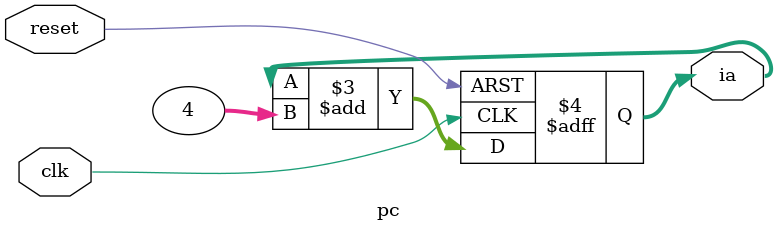
<source format=sv>
module pc(	input logic clk, reset,
			output logic [31:0] ia);

always_ff @(posedge clk or posedge reset) begin
	if(reset==1)
		ia <= 0;
	else
		ia <= ia + 4;
end

endmodule
</source>
